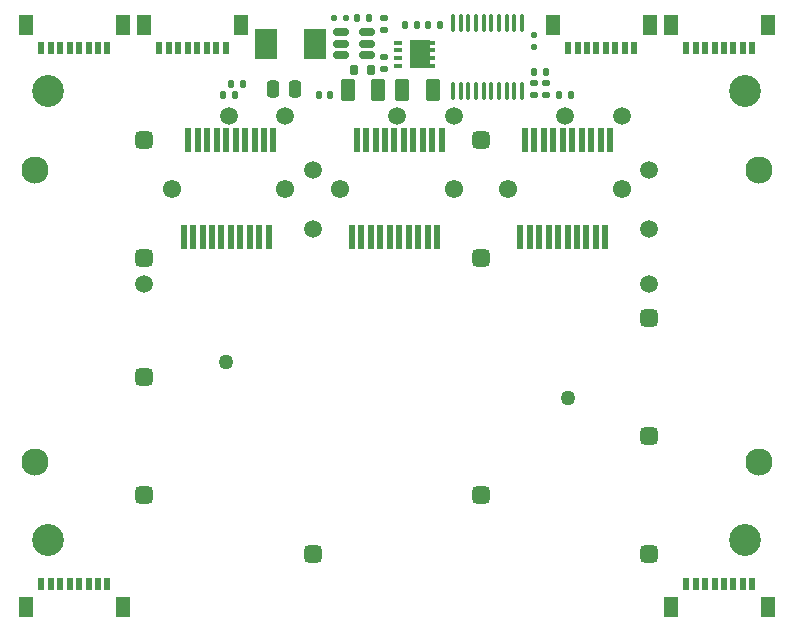
<source format=gbs>
G04 #@! TF.GenerationSoftware,KiCad,Pcbnew,8.0.5*
G04 #@! TF.CreationDate,2026-01-30T21:43:26+07:00*
G04 #@! TF.ProjectId,RouterCoreBaseRevA,526f7574-6572-4436-9f72-654261736552,rev?*
G04 #@! TF.SameCoordinates,PX2793d60PY5cfbb60*
G04 #@! TF.FileFunction,Soldermask,Bot*
G04 #@! TF.FilePolarity,Negative*
%FSLAX46Y46*%
G04 Gerber Fmt 4.6, Leading zero omitted, Abs format (unit mm)*
G04 Created by KiCad (PCBNEW 8.0.5) date 2026-01-30 21:43:26*
%MOMM*%
%LPD*%
G01*
G04 APERTURE LIST*
G04 Aperture macros list*
%AMRoundRect*
0 Rectangle with rounded corners*
0 $1 Rounding radius*
0 $2 $3 $4 $5 $6 $7 $8 $9 X,Y pos of 4 corners*
0 Add a 4 corners polygon primitive as box body*
4,1,4,$2,$3,$4,$5,$6,$7,$8,$9,$2,$3,0*
0 Add four circle primitives for the rounded corners*
1,1,$1+$1,$2,$3*
1,1,$1+$1,$4,$5*
1,1,$1+$1,$6,$7*
1,1,$1+$1,$8,$9*
0 Add four rect primitives between the rounded corners*
20,1,$1+$1,$2,$3,$4,$5,0*
20,1,$1+$1,$4,$5,$6,$7,0*
20,1,$1+$1,$6,$7,$8,$9,0*
20,1,$1+$1,$8,$9,$2,$3,0*%
G04 Aperture macros list end*
%ADD10C,2.300000*%
%ADD11C,2.700000*%
%ADD12C,1.270000*%
%ADD13RoundRect,0.135000X0.185000X-0.135000X0.185000X0.135000X-0.185000X0.135000X-0.185000X-0.135000X0*%
%ADD14C,1.550000*%
%ADD15R,0.500000X2.000000*%
%ADD16R,0.700000X0.420000*%
%ADD17R,1.700000X2.370000*%
%ADD18R,0.500000X1.000000*%
%ADD19R,1.200000X1.700000*%
%ADD20RoundRect,0.125000X0.125000X0.155000X-0.125000X0.155000X-0.125000X-0.155000X0.125000X-0.155000X0*%
%ADD21RoundRect,0.125000X0.155000X-0.125000X0.155000X0.125000X-0.155000X0.125000X-0.155000X-0.125000X0*%
%ADD22RoundRect,0.120000X0.480000X0.780000X-0.480000X0.780000X-0.480000X-0.780000X0.480000X-0.780000X0*%
%ADD23RoundRect,0.135000X0.135000X0.185000X-0.135000X0.185000X-0.135000X-0.185000X0.135000X-0.185000X0*%
%ADD24RoundRect,0.150000X0.512500X0.150000X-0.512500X0.150000X-0.512500X-0.150000X0.512500X-0.150000X0*%
%ADD25RoundRect,0.147500X-0.147500X-0.172500X0.147500X-0.172500X0.147500X0.172500X-0.147500X0.172500X0*%
%ADD26RoundRect,0.250000X-0.250000X-0.475000X0.250000X-0.475000X0.250000X0.475000X-0.250000X0.475000X0*%
%ADD27RoundRect,0.100000X0.100000X-0.637500X0.100000X0.637500X-0.100000X0.637500X-0.100000X-0.637500X0*%
%ADD28RoundRect,0.135000X-0.135000X-0.185000X0.135000X-0.185000X0.135000X0.185000X-0.135000X0.185000X0*%
%ADD29RoundRect,0.135000X-0.185000X0.135000X-0.185000X-0.135000X0.185000X-0.135000X0.185000X0.135000X0*%
%ADD30R,1.900000X2.500000*%
%ADD31RoundRect,0.375000X0.375000X-0.375000X0.375000X0.375000X-0.375000X0.375000X-0.375000X-0.375000X0*%
%ADD32C,1.500000*%
%ADD33RoundRect,0.120000X-0.480000X-0.780000X0.480000X-0.780000X0.480000X0.780000X-0.480000X0.780000X0*%
%ADD34RoundRect,0.150000X0.225000X0.300000X-0.225000X0.300000X-0.225000X-0.300000X0.225000X-0.300000X0*%
G04 APERTURE END LIST*
D10*
X63150000Y38380000D03*
D11*
X62000000Y7000000D03*
D10*
X1850000Y38380000D03*
D11*
X3000000Y45000000D03*
D10*
X1850000Y13620000D03*
D11*
X3000000Y7000000D03*
D10*
X63150000Y13620000D03*
D12*
X18010000Y22050000D03*
X46990000Y19000000D03*
D11*
X62000000Y45000000D03*
D13*
X31400000Y46915000D03*
X31400000Y47935000D03*
D14*
X27700000Y36750000D03*
X37300000Y36750000D03*
D15*
X35900000Y32650000D03*
X35100000Y32650000D03*
X34300000Y32650000D03*
X33500000Y32650000D03*
X32700000Y32650000D03*
X31900000Y32650000D03*
X31100000Y32650000D03*
X30300000Y32650000D03*
X29500000Y32650000D03*
X28700000Y32650000D03*
X29100000Y40850000D03*
X29900000Y40850000D03*
X30700000Y40850000D03*
X31500000Y40850000D03*
X32300000Y40850000D03*
X33100000Y40850000D03*
X33900000Y40850000D03*
X34700000Y40850000D03*
X35500000Y40850000D03*
X36300000Y40850000D03*
D16*
X32600000Y47175000D03*
X32600000Y47825000D03*
X32600000Y48475000D03*
X32600000Y49125000D03*
D17*
X34450000Y48150000D03*
D16*
X35400000Y49125000D03*
X35400000Y48475000D03*
X35400000Y47825000D03*
X35400000Y47175000D03*
D18*
X57000000Y48700000D03*
X57800000Y48700000D03*
X58600000Y48700000D03*
X59400000Y48700000D03*
X60200000Y48700000D03*
X61000000Y48700000D03*
X61800000Y48700000D03*
X62600000Y48700000D03*
D19*
X55700000Y50650000D03*
X63900000Y50650000D03*
D13*
X31400000Y50190000D03*
X31400000Y51210000D03*
D20*
X28185000Y51175000D03*
X27215000Y51175000D03*
D21*
X44150000Y48790000D03*
X44150000Y49760000D03*
D22*
X30925000Y45075000D03*
X28325000Y45075000D03*
D23*
X34210000Y50650000D03*
X33190000Y50650000D03*
D18*
X12400000Y48700000D03*
X13200000Y48700000D03*
X14000000Y48700000D03*
X14800000Y48700000D03*
X15600000Y48700000D03*
X16400000Y48700000D03*
X17200000Y48700000D03*
X18000000Y48700000D03*
D19*
X11100000Y50650000D03*
X19300000Y50650000D03*
D23*
X19460000Y45625000D03*
X18440000Y45625000D03*
D24*
X30012500Y50000000D03*
X30012500Y49050000D03*
X30012500Y48100000D03*
X27737500Y48100000D03*
X27737500Y49050000D03*
X27737500Y50000000D03*
D14*
X41950000Y36750000D03*
X51550000Y36750000D03*
D15*
X50150000Y32650000D03*
X49350000Y32650000D03*
X48550000Y32650000D03*
X47750000Y32650000D03*
X46950000Y32650000D03*
X46150000Y32650000D03*
X45350000Y32650000D03*
X44550000Y32650000D03*
X43750000Y32650000D03*
X42950000Y32650000D03*
X43350000Y40850000D03*
X44150000Y40850000D03*
X44950000Y40850000D03*
X45750000Y40850000D03*
X46550000Y40850000D03*
X47350000Y40850000D03*
X48150000Y40850000D03*
X48950000Y40850000D03*
X49750000Y40850000D03*
X50550000Y40850000D03*
D25*
X17790000Y44675000D03*
X18760000Y44675000D03*
D13*
X44150000Y44665000D03*
X44150000Y45685000D03*
D26*
X22000000Y45200000D03*
X23900000Y45200000D03*
D27*
X43100000Y45037500D03*
X42450000Y45037500D03*
X41800000Y45037500D03*
X41150000Y45037500D03*
X40500000Y45037500D03*
X39850000Y45037500D03*
X39200000Y45037500D03*
X38550000Y45037500D03*
X37900000Y45037500D03*
X37250000Y45037500D03*
X37250000Y50762500D03*
X37900000Y50762500D03*
X38550000Y50762500D03*
X39200000Y50762500D03*
X39850000Y50762500D03*
X40500000Y50762500D03*
X41150000Y50762500D03*
X41800000Y50762500D03*
X42450000Y50762500D03*
X43100000Y50762500D03*
D18*
X62600000Y3300000D03*
X61800000Y3300000D03*
X61000000Y3300000D03*
X60200000Y3300000D03*
X59400000Y3300000D03*
X58600000Y3300000D03*
X57800000Y3300000D03*
X57000000Y3300000D03*
D19*
X63900000Y1350000D03*
X55700000Y1350000D03*
D28*
X29140000Y51175000D03*
X30160000Y51175000D03*
D18*
X47000000Y48700000D03*
X47800000Y48700000D03*
X48600000Y48700000D03*
X49400000Y48700000D03*
X50200000Y48700000D03*
X51000000Y48700000D03*
X51800000Y48700000D03*
X52600000Y48700000D03*
D19*
X45700000Y50650000D03*
X53900000Y50650000D03*
D29*
X45100000Y45685000D03*
X45100000Y44665000D03*
D30*
X25550000Y49050000D03*
X21450000Y49050000D03*
D25*
X46265000Y44675000D03*
X47235000Y44675000D03*
D18*
X2400000Y48700000D03*
X3200000Y48700000D03*
X4000000Y48700000D03*
X4800000Y48700000D03*
X5600000Y48700000D03*
X6400000Y48700000D03*
X7200000Y48700000D03*
X8000000Y48700000D03*
D19*
X1100000Y50650000D03*
X9300000Y50650000D03*
D25*
X25890000Y44675000D03*
X26860000Y44675000D03*
D18*
X8000000Y3300000D03*
X7200000Y3300000D03*
X6400000Y3300000D03*
X5600000Y3300000D03*
X4800000Y3300000D03*
X4000000Y3300000D03*
X3200000Y3300000D03*
X2400000Y3300000D03*
D19*
X9300000Y1350000D03*
X1100000Y1350000D03*
D28*
X44140000Y46600000D03*
X45160000Y46600000D03*
D14*
X13450000Y36750000D03*
X23050000Y36750000D03*
D15*
X21650000Y32650000D03*
X20850000Y32650000D03*
X20050000Y32650000D03*
X19250000Y32650000D03*
X18450000Y32650000D03*
X17650000Y32650000D03*
X16850000Y32650000D03*
X16050000Y32650000D03*
X15250000Y32650000D03*
X14450000Y32650000D03*
X14850000Y40850000D03*
X15650000Y40850000D03*
X16450000Y40850000D03*
X17250000Y40850000D03*
X18050000Y40850000D03*
X18850000Y40850000D03*
X19650000Y40850000D03*
X20450000Y40850000D03*
X21250000Y40850000D03*
X22050000Y40850000D03*
D31*
X53875000Y5850000D03*
X53875000Y15850000D03*
X53875000Y25850000D03*
D32*
X53875000Y28650000D03*
X53875000Y33350000D03*
X53875000Y38350000D03*
D31*
X39625000Y10850000D03*
X39625000Y30850000D03*
X39625000Y40850000D03*
X25375000Y5850000D03*
D32*
X25375000Y33350000D03*
X25375000Y38350000D03*
D31*
X11125000Y10850000D03*
X11125000Y20850000D03*
D32*
X11125000Y28650000D03*
D31*
X11125000Y30850000D03*
X11125000Y40850000D03*
D32*
X51550000Y42950000D03*
X46750000Y42950000D03*
X37300000Y42950000D03*
X32500000Y42950000D03*
X23050000Y42950000D03*
X18250000Y42950000D03*
D33*
X32950000Y45075000D03*
X35550000Y45075000D03*
D28*
X35165000Y50650000D03*
X36185000Y50650000D03*
D34*
X30275000Y46800000D03*
X28875000Y46800000D03*
M02*

</source>
